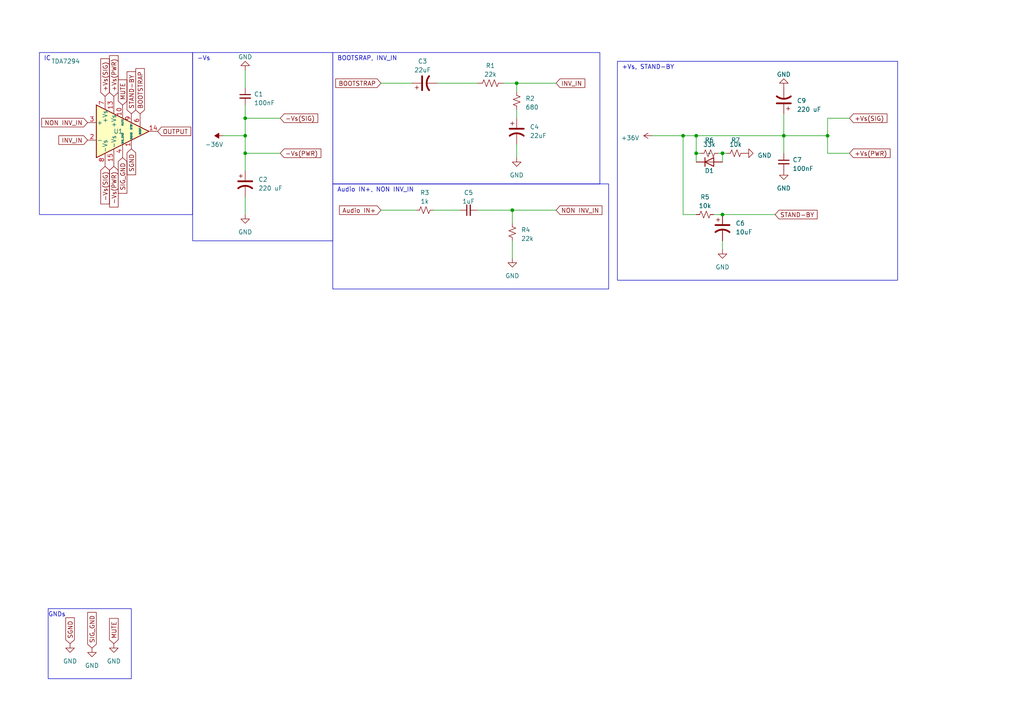
<source format=kicad_sch>
(kicad_sch (version 20230121) (generator eeschema)
  (paper "A4")
  (lib_symbols
    (symbol "Amplifier_Audio:TDA7294" (pin_names (offset 0.127))
      (property "Reference" "U" (at 10.16 6.35 0))
      (property "Value" "TDA7294" (at 10.16 3.81 0))
      (symbol "TDA7294_0_1"
        (polyline (pts (xy -7.62 7.62) (xy 7.62 0) (xy -7.62 -7.62) (xy -7.62 7.62)) (stroke (width 0.254)) (fill (type background)))
      )
      (symbol "TDA7294_1_1"
        (pin power_in line (at 2.54 -5.08 90) (length 2.54) (name "SGND") (number "1"))
        (pin input line (at 0 7.62 270) (length 3.81) (name "MUTE") (number "10"))
        (pin no_connect line (at 0 2.54 270) (length 2.54) hide (name "NC") (number "11"))
        (pin no_connect line (at 2.54 2.54 270) (length 2.54) hide (name "NC") (number "12"))
        (pin power_in line (at -2.54 10.16 270) (length 5.08) (name "+Vs") (number "13"))
        (pin output line (at 10.16 0 180) (length 2.54) (name "~") (number "14"))
        (pin power_in line (at -2.54 -10.16 90) (length 5.08) (name "-Vs") (number "15"))
        (pin input line (at -10.16 -2.54 0) (length 2.54) (name "-") (number "2"))
        (pin input line (at -10.16 2.54 0) (length 2.54) (name "+") (number "3"))
        (pin power_in line (at 0 -7.62 90) (length 3.81) (name "SIG_GND") (number "4"))
        (pin no_connect line (at -2.54 2.54 270) (length 2.54) hide (name "NC") (number "5"))
        (pin passive line (at 5.08 5.08 270) (length 3.81) (name "BOOT") (number "6"))
        (pin power_in line (at -5.08 10.16 270) (length 3.81) (name "+Vs") (number "7"))
        (pin power_in line (at -5.08 -10.16 90) (length 3.81) (name "-Vs") (number "8"))
        (pin input line (at 2.54 5.08 270) (length 2.54) (name "STBY") (number "9"))
      )
    )
    (symbol "Device:C_Polarized_US" (pin_numbers hide) (pin_names (offset 0.254) hide)
      (property "Reference" "C" (at 0.635 2.54 0))
      (property "Value" "C_Polarized_US" (at 0.635 -2.54 0))
      (symbol "C_Polarized_US_0_1"
        (polyline (pts (xy -2.032 0.762) (xy 2.032 0.762)) (stroke (width 0.508)))
        (polyline (pts (xy -1.778 2.286) (xy -0.762 2.286)))
        (polyline (pts (xy -1.27 1.778) (xy -1.27 2.794)))
        (arc (start 2.032 -1.27) (mid 0 -0.5572) (end -2.032 -1.27) (stroke (width 0.508)))
      )
      (symbol "C_Polarized_US_1_1"
        (pin passive line (at 0 3.81 270) (length 2.794) (name "~") (number "1"))
        (pin passive line (at 0 -3.81 90) (length 3.302) (name "~") (number "2"))
      )
    )
    (symbol "Device:C_Small" (pin_numbers hide) (pin_names (offset 0.254) hide)
      (property "Reference" "C" (at 0.254 1.778 0))
      (property "Value" "C_Small" (at 0.254 -2.032 0))
      (symbol "C_Small_0_1"
        (polyline (pts (xy -1.524 -0.508) (xy 1.524 -0.508)) (stroke (width 0.3302)))
        (polyline (pts (xy -1.524 0.508) (xy 1.524 0.508)) (stroke (width 0.3048)))
      )
      (symbol "C_Small_1_1"
        (pin passive line (at 0 2.54 270) (length 2.032) (name "~") (number "1"))
        (pin passive line (at 0 -2.54 90) (length 2.032) (name "~") (number "2"))
      )
    )
    (symbol "Device:R_Small_US" (pin_numbers hide) (pin_names (offset 0.254) hide)
      (property "Reference" "R" (at 0.762 0.508 0))
      (property "Value" "R_Small_US" (at 0.762 -1.016 0))
      (symbol "R_Small_US_1_1"
        (polyline (pts (xy 0 0) (xy 1.016 -0.381) (xy 0 -0.762) (xy -1.016 -1.143) (xy 0 -1.524)))
        (polyline (pts (xy 0 1.524) (xy 1.016 1.143) (xy 0 0.762) (xy -1.016 0.381) (xy 0 0)))
        (pin passive line (at 0 2.54 270) (length 1.016) (name "~") (number "1"))
        (pin passive line (at 0 -2.54 90) (length 1.016) (name "~") (number "2"))
      )
    )
    (symbol "Device:R_US" (pin_numbers hide) (pin_names (offset 0))
      (property "Reference" "R" (at 2.54 0 90))
      (property "Value" "R_US" (at -2.54 0 90))
      (symbol "R_US_0_1"
        (polyline (pts (xy 0 -2.286) (xy 0 -2.54)))
        (polyline (pts (xy 0 2.286) (xy 0 2.54)))
        (polyline (pts (xy 0 -0.762) (xy 1.016 -1.143) (xy 0 -1.524) (xy -1.016 -1.905) (xy 0 -2.286)))
        (polyline (pts (xy 0 0.762) (xy 1.016 0.381) (xy 0 0) (xy -1.016 -0.381) (xy 0 -0.762)))
        (polyline (pts (xy 0 2.286) (xy 1.016 1.905) (xy 0 1.524) (xy -1.016 1.143) (xy 0 0.762)))
      )
      (symbol "R_US_1_1"
        (pin passive line (at 0 3.81 270) (length 1.27) (name "~") (number "1"))
        (pin passive line (at 0 -3.81 90) (length 1.27) (name "~") (number "2"))
      )
    )
    (symbol "Diode:1N4148" (pin_numbers hide) (pin_names hide)
      (property "Reference" "D" (at 0 2.54 0))
      (property "Value" "1N4148" (at 0 -2.54 0))
      (symbol "1N4148_0_1"
        (polyline (pts (xy -1.27 1.27) (xy -1.27 -1.27)) (stroke (width 0.254)))
        (polyline (pts (xy 1.27 0) (xy -1.27 0)))
        (polyline (pts (xy 1.27 1.27) (xy 1.27 -1.27) (xy -1.27 0) (xy 1.27 1.27)) (stroke (width 0.254)))
      )
      (symbol "1N4148_1_1"
        (pin passive line (at -3.81 0 0) (length 2.54) (name "K") (number "1"))
        (pin passive line (at 3.81 0 180) (length 2.54) (name "A") (number "2"))
      )
    )
    (symbol "power:+36V" (power) (pin_names (offset 0))
      (property "Value" "+36V" (at 0 3.556 0))
      (symbol "+36V_0_1"
        (polyline (pts (xy -0.762 1.27) (xy 0 2.54)))
        (polyline (pts (xy 0 0) (xy 0 2.54)))
        (polyline (pts (xy 0 2.54) (xy 0.762 1.27)))
      )
      (symbol "+36V_1_1"
        (pin power_in line (at 0 0 90) (length 0) hide (name "+36V") (number "1"))
      )
    )
    (symbol "power:-36V" (power) (pin_names (offset 0))
      (property "Value" "-36V" (at 0 3.81 0))
      (symbol "-36V_0_0"
        (pin power_in line (at 0 0 90) (length 0) hide (name "-36V") (number "1"))
      )
      (symbol "-36V_0_1"
        (polyline (pts (xy 0 0) (xy 0 1.27) (xy 0.762 1.27) (xy 0 2.54) (xy -0.762 1.27) (xy 0 1.27)) (fill (type outline)))
      )
    )
    (symbol "power:GND" (power) (pin_names (offset 0))
      (property "Value" "GND" (at 0 -3.81 0))
      (symbol "GND_0_1"
        (polyline (pts (xy 0 0) (xy 0 -1.27) (xy 1.27 -1.27) (xy 0 -2.54) (xy -1.27 -1.27) (xy 0 -1.27)))
      )
      (symbol "GND_1_1"
        (pin power_in line (at 0 0 270) (length 0) hide (name "GND") (number "1"))
      )
    )
  )
  (junction (at 71.12 34.29))
  (junction (at 71.12 39.37))
  (junction (at 149.86 24.13))
  (junction (at 201.93 44.45))
  (junction (at 240.03 39.37))
  (junction (at 201.93 39.37))
  (junction (at 227.33 39.37))
  (junction (at 148.59 60.96))
  (junction (at 198.12 39.37))
  (junction (at 71.12 44.45))
  (junction (at 209.55 62.23))
  (junction (at 209.55 44.45))
  (wire (pts (xy 201.93 39.37) (xy 227.33 39.37)))
  (wire (pts (xy 148.59 69.85) (xy 148.59 74.93)))
  (wire (pts (xy 110.49 60.96) (xy 120.65 60.96)))
  (wire (pts (xy 71.12 44.45) (xy 71.12 49.53)))
  (wire (pts (xy 71.12 44.45) (xy 81.28 44.45)))
  (wire (pts (xy 240.03 39.37) (xy 240.03 34.29)))
  (wire (pts (xy 146.05 24.13) (xy 149.86 24.13)))
  (wire (pts (xy 71.12 34.29) (xy 81.28 34.29)))
  (wire (pts (xy 71.12 57.15) (xy 71.12 62.23)))
  (wire (pts (xy 110.49 24.13) (xy 119.38 24.13)))
  (wire (pts (xy 127 24.13) (xy 138.43 24.13)))
  (wire (pts (xy 240.03 34.29) (xy 246.38 34.29)))
  (wire (pts (xy 198.12 39.37) (xy 201.93 39.37)))
  (wire (pts (xy 149.86 24.13) (xy 149.86 26.67)))
  (wire (pts (xy 203.2 44.45) (xy 201.93 44.45)))
  (wire (pts (xy 209.55 62.23) (xy 224.79 62.23)))
  (wire (pts (xy 148.59 60.96) (xy 161.29 60.96)))
  (wire (pts (xy 125.73 60.96) (xy 133.35 60.96)))
  (wire (pts (xy 209.55 44.45) (xy 209.55 46.99)))
  (wire (pts (xy 201.93 39.37) (xy 201.93 44.45)))
  (wire (pts (xy 201.93 44.45) (xy 201.93 46.99)))
  (wire (pts (xy 148.59 60.96) (xy 148.59 64.77)))
  (wire (pts (xy 240.03 39.37) (xy 240.03 44.45)))
  (wire (pts (xy 189.23 39.37) (xy 198.12 39.37)))
  (wire (pts (xy 227.33 39.37) (xy 240.03 39.37)))
  (wire (pts (xy 207.01 62.23) (xy 209.55 62.23)))
  (wire (pts (xy 227.33 33.02) (xy 227.33 39.37)))
  (wire (pts (xy 64.77 39.37) (xy 71.12 39.37)))
  (wire (pts (xy 149.86 41.91) (xy 149.86 45.72)))
  (wire (pts (xy 209.55 69.85) (xy 209.55 72.39)))
  (wire (pts (xy 227.33 39.37) (xy 227.33 44.45)))
  (wire (pts (xy 71.12 39.37) (xy 71.12 44.45)))
  (wire (pts (xy 71.12 20.32) (xy 71.12 25.4)))
  (wire (pts (xy 149.86 24.13) (xy 161.29 24.13)))
  (wire (pts (xy 149.86 31.75) (xy 149.86 34.29)))
  (wire (pts (xy 208.28 44.45) (xy 209.55 44.45)))
  (wire (pts (xy 209.55 44.45) (xy 210.82 44.45)))
  (wire (pts (xy 71.12 39.37) (xy 71.12 34.29)))
  (wire (pts (xy 198.12 62.23) (xy 201.93 62.23)))
  (wire (pts (xy 198.12 39.37) (xy 198.12 62.23)))
  (wire (pts (xy 71.12 30.48) (xy 71.12 34.29)))
  (wire (pts (xy 138.43 60.96) (xy 148.59 60.96)))
  (wire (pts (xy 240.03 44.45) (xy 246.38 44.45)))
  (rectangle (start 179.07 17.78) (end 260.35 81.28))
  (rectangle (start 55.88 15.24) (end 96.52 69.85))
  (rectangle (start 96.52 53.34) (end 176.53 83.82))
  (rectangle (start 11.43 15.24) (end 55.88 62.23))
  (rectangle (start 96.52 15.24) (end 173.99 53.34))
  (rectangle (start 13.97 176.53) (end 38.1 196.85))
  (text "GNDs" (at 13.97 179.07 0) (effects (font (size 1.27 1.27)) (justify left bottom)))
  (text "+Vs, STAND-BY" (at 180.34 20.32 0) (effects (font (size 1.27 1.27)) (justify left bottom)))
  (text "IC" (at 12.7 17.78 0) (effects (font (size 1.27 1.27)) (justify left bottom)))
  (text "Audio IN+, NON INV_IN" (at 97.79 55.88 0) (effects (font (size 1.27 1.27)) (justify left bottom)))
  (text "BOOTSRAP, INV_IN" (at 97.79 17.78 0) (effects (font (size 1.27 1.27)) (justify left bottom)))
  (text "-Vs" (at 57.15 17.78 0) (effects (font (size 1.27 1.27)) (justify left bottom)))
  (global_label "MUTE" (shape input) (at 33.02 186.69 90) (property "Intersheetrefs" "${INTERSHEET_REFS}" (effects hide)))
  (global_label "-Vs(PWR)" (shape input) (at 81.28 44.45 0) (property "Intersheetrefs" "${INTERSHEET_REFS}" (effects hide)))
  (global_label "-Vs(SIG)" (shape input) (at 81.28 34.29 0) (property "Intersheetrefs" "${INTERSHEET_REFS}" (effects hide)))
  (global_label "SGND" (shape input) (at 20.32 186.69 90) (property "Intersheetrefs" "${INTERSHEET_REFS}" (effects hide)))
  (global_label "+Vs(PWR)" (shape input) (at 33.02 27.94 90) (property "Intersheetrefs" "${INTERSHEET_REFS}" (effects hide)))
  (global_label "SIG_GND" (shape input) (at 35.56 45.72 270) (property "Intersheetrefs" "${INTERSHEET_REFS}" (effects hide)))
  (global_label "NON INV_IN" (shape input) (at 161.29 60.96 0) (property "Intersheetrefs" "${INTERSHEET_REFS}" (effects hide)))
  (global_label "-Vs(PWR)" (shape input) (at 33.02 48.26 270) (property "Intersheetrefs" "${INTERSHEET_REFS}" (effects hide)))
  (global_label "SGND" (shape input) (at 38.1 43.18 270) (property "Intersheetrefs" "${INTERSHEET_REFS}" (effects hide)))
  (global_label "BOOTSTRAP" (shape input) (at 40.64 33.02 90) (property "Intersheetrefs" "${INTERSHEET_REFS}" (effects hide)))
  (global_label "SIG_GND" (shape input) (at 26.67 187.96 90) (property "Intersheetrefs" "${INTERSHEET_REFS}" (effects hide)))
  (global_label "MUTE" (shape input) (at 35.56 30.48 90) (property "Intersheetrefs" "${INTERSHEET_REFS}" (effects hide)))
  (global_label "INV_IN" (shape input) (at 25.4 40.64 180) (property "Intersheetrefs" "${INTERSHEET_REFS}" (effects hide)))
  (global_label "STAND-BY" (shape input) (at 38.1 33.02 90) (property "Intersheetrefs" "${INTERSHEET_REFS}" (effects hide)))
  (global_label "OUTPUT" (shape input) (at 45.72 38.1 0) (property "Intersheetrefs" "${INTERSHEET_REFS}" (effects hide)))
  (global_label "Audio IN+" (shape input) (at 110.49 60.96 180) (property "Intersheetrefs" "${INTERSHEET_REFS}" (effects hide)))
  (global_label "+Vs(SIG)" (shape input) (at 246.38 34.29 0) (property "Intersheetrefs" "${INTERSHEET_REFS}" (effects hide)))
  (global_label "STAND-BY" (shape input) (at 224.79 62.23 0) (property "Intersheetrefs" "${INTERSHEET_REFS}" (effects hide)))
  (global_label "+Vs(SIG)" (shape input) (at 30.48 27.94 90) (property "Intersheetrefs" "${INTERSHEET_REFS}" (effects hide)))
  (global_label "-Vs(SIG)" (shape input) (at 30.48 48.26 270) (property "Intersheetrefs" "${INTERSHEET_REFS}" (effects hide)))
  (global_label "INV_IN" (shape input) (at 161.29 24.13 0) (property "Intersheetrefs" "${INTERSHEET_REFS}" (effects hide)))
  (global_label "BOOTSTRAP" (shape input) (at 110.49 24.13 180) (property "Intersheetrefs" "${INTERSHEET_REFS}" (effects hide)))
  (global_label "NON INV_IN" (shape input) (at 25.4 35.56 180) (property "Intersheetrefs" "${INTERSHEET_REFS}" (effects hide)))
  (global_label "+Vs(PWR)" (shape input) (at 246.38 44.45 0) (property "Intersheetrefs" "${INTERSHEET_REFS}" (effects hide)))
  (symbol (lib_id "power:GND") (at 148.59 74.93 0) (unit 1)
    (property "Reference" "#PWR07" (effects hide))
    (property "Value" "GND" (at 148.59 80.01 0))
  )
  (symbol (lib_id "Device:C_Polarized_US") (at 149.86 38.1 0) (unit 1)
    (property "Reference" "C4" (at 153.67 36.83 0) (effects (justify left)))
    (property "Value" "22uF" (at 153.67 39.37 0) (effects (justify left)))
    (property "Footprint" "Capacitor_THT:CP_Radial_D10.0mm_P5.00mm" (effects hide))
  )
  (symbol (lib_id "power:GND") (at 71.12 62.23 0) (unit 1)
    (property "Reference" "#PWR05" (effects hide))
    (property "Value" "GND" (at 71.12 67.31 0))
  )
  (symbol (lib_id "power:GND") (at 20.32 186.69 0) (unit 1)
    (property "Reference" "#PWR01" (effects hide))
    (property "Value" "GND" (at 20.32 191.77 0))
  )
  (symbol (lib_id "Device:C_Small") (at 71.12 27.94 0) (unit 1)
    (property "Reference" "C1" (at 73.66 27.3113 0) (effects (justify left)))
    (property "Value" "100nF" (at 73.66 29.8513 0) (effects (justify left)))
  )
  (symbol (lib_id "power:+36V") (at 189.23 39.37 90) (unit 1)
    (property "Reference" "#PWR08" (effects hide))
    (property "Value" "+36V" (at 185.42 40.005 90) (effects (justify left)))
  )
  (symbol (lib_id "Amplifier_Audio:TDA7294") (at 35.56 38.1 0) (unit 1)
    (property "Reference" "U1" (at 34.29 38.1 0))
    (property "Value" "TDA7294" (at 19.05 17.78 0))
    (property "Footprint" "Package_TO_SOT_THT:TO-220-15_P2.54x2.54mm_StaggerOdd_Lead4.58mm_Vertical" (effects hide))
    (property "Datasheet" "http://www.st.com/resource/en/datasheet/tda7294.pdf" (effects hide))
  )
  (symbol (lib_id "Device:R_Small_US") (at 123.19 60.96 90) (unit 1)
    (property "Reference" "R3" (at 123.19 55.88 90))
    (property "Value" "1k" (at 123.19 58.42 90))
  )
  (symbol (lib_id "power:GND") (at 33.02 186.69 0) (unit 1)
    (property "Reference" "#PWR010" (effects hide))
    (property "Value" "GND" (at 33.02 191.77 0))
  )
  (symbol (lib_id "Diode:1N4148") (at 205.74 46.99 0) (unit 1)
    (property "Reference" "D1" (at 205.74 49.53 0))
    (property "Value" "~" (at 205.74 44.45 0))
    (property "Footprint" "Diode_THT:D_DO-35_SOD27_P7.62mm_Horizontal" (effects hide))
    (property "Datasheet" "https://assets.nexperia.com/documents/data-sheet/1N4148_1N4448.pdf" (effects hide))
    (property "Sim.Device" "D" (effects hide))
    (property "Sim.Pins" "1=K 2=A" (effects hide))
  )
  (symbol (lib_id "Device:R_US") (at 142.24 24.13 90) (unit 1)
    (property "Reference" "R1" (at 142.24 19.05 90))
    (property "Value" "22k" (at 142.24 21.59 90))
  )
  (symbol (lib_id "Device:R_Small_US") (at 148.59 67.31 180) (unit 1)
    (property "Reference" "R4" (at 151.13 66.675 0) (effects (justify right)))
    (property "Value" "22k" (at 151.13 69.215 0) (effects (justify right)))
  )
  (symbol (lib_id "Device:R_Small_US") (at 204.47 62.23 90) (unit 1)
    (property "Reference" "R5" (at 204.47 57.15 90))
    (property "Value" "10k" (at 204.47 59.69 90))
  )
  (symbol (lib_id "Device:R_Small_US") (at 213.36 44.45 90) (unit 1)
    (property "Reference" "R7" (at 213.36 40.64 90))
    (property "Value" "10k" (at 213.36 41.91 90))
  )
  (symbol (lib_id "Device:C_Small") (at 135.89 60.96 90) (unit 1)
    (property "Reference" "C5" (at 135.8963 55.88 90))
    (property "Value" "1uF" (at 135.8963 58.42 90))
  )
  (symbol (lib_id "power:GND") (at 227.33 25.4 180) (unit 1)
    (property "Reference" "#PWR013" (effects hide))
    (property "Value" "GND" (at 227.33 21.59 0))
  )
  (symbol (lib_id "Device:R_Small_US") (at 149.86 29.21 0) (unit 1)
    (property "Reference" "R2" (at 152.4 28.575 0) (effects (justify left)))
    (property "Value" "680" (at 152.4 31.115 0) (effects (justify left)))
  )
  (symbol (lib_id "power:GND") (at 149.86 45.72 0) (unit 1)
    (property "Reference" "#PWR06" (effects hide))
    (property "Value" "GND" (at 149.86 50.8 0))
  )
  (symbol (lib_id "power:GND") (at 215.9 44.45 90) (unit 1)
    (property "Reference" "#PWR011" (effects hide))
    (property "Value" "GND" (at 219.71 45.085 90) (effects (justify right)))
  )
  (symbol (lib_id "Device:C_Polarized_US") (at 209.55 66.04 0) (unit 1)
    (property "Reference" "C6" (at 213.36 64.77 0) (effects (justify left)))
    (property "Value" "10uF" (at 213.36 67.31 0) (effects (justify left)))
    (property "Footprint" "Capacitor_THT:CP_Radial_D8.0mm_P3.50mm" (effects hide))
  )
  (symbol (lib_id "power:GND") (at 209.55 72.39 0) (unit 1)
    (property "Reference" "#PWR09" (effects hide))
    (property "Value" "GND" (at 209.55 77.47 0))
  )
  (symbol (lib_id "Device:C_Polarized_US") (at 71.12 53.34 0) (unit 1)
    (property "Reference" "C2" (at 74.93 52.07 0) (effects (justify left)))
    (property "Value" "220 uF" (at 74.93 54.61 0) (effects (justify left)))
    (property "Footprint" "Capacitor_THT:CP_Radial_D12.5mm_P5.00mm" (effects hide))
  )
  (symbol (lib_id "Device:R_Small_US") (at 205.74 44.45 90) (unit 1)
    (property "Reference" "R6" (at 205.74 40.64 90))
    (property "Value" "33k" (at 205.74 41.91 90))
  )
  (symbol (lib_id "Device:C_Small") (at 227.33 46.99 0) (unit 1)
    (property "Reference" "C7" (at 229.87 46.3613 0) (effects (justify left)))
    (property "Value" "100nF" (at 229.87 48.9013 0) (effects (justify left)))
  )
  (symbol (lib_id "power:-36V") (at 64.77 39.37 90) (unit 1)
    (property "Reference" "#PWR03" (effects hide))
    (property "Value" "-36V" (at 64.77 41.91 90) (effects (justify left)))
  )
  (symbol (lib_id "power:GND") (at 26.67 187.96 0) (unit 1)
    (property "Reference" "#PWR02" (effects hide))
    (property "Value" "GND" (at 26.67 193.04 0))
  )
  (symbol (lib_id "power:GND") (at 227.33 49.53 0) (unit 1)
    (property "Reference" "#PWR012" (effects hide))
    (property "Value" "GND" (at 227.33 54.61 0))
  )
  (symbol (lib_id "power:GND") (at 71.12 20.32 180) (unit 1)
    (property "Reference" "#PWR04" (effects hide))
    (property "Value" "GND" (at 71.12 16.51 0))
  )
  (symbol (lib_id "Device:C_Polarized_US") (at 123.19 24.13 90) (unit 1)
    (property "Reference" "C3" (at 122.555 17.78 90))
    (property "Value" "22uF" (at 122.555 20.32 90))
    (property "Footprint" "Capacitor_THT:CP_Radial_D10.0mm_P5.00mm" (effects hide))
  )
  (symbol (lib_id "Device:C_Polarized_US") (at 227.33 29.21 180) (unit 1)
    (property "Reference" "C9" (at 231.14 29.21 0) (effects (justify right)))
    (property "Value" "220 uF" (at 231.14 31.75 0) (effects (justify right)))
    (property "Footprint" "Capacitor_THT:CP_Radial_D12.5mm_P5.00mm" (effects hide))
  )
)
</source>
